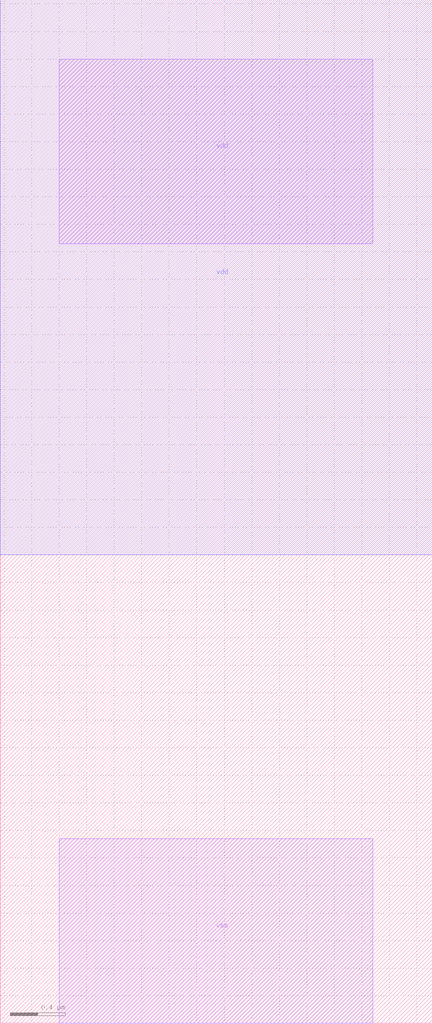
<source format=lef>
VERSION 5.7 ;
  NOWIREEXTENSIONATPIN ON ;
  DIVIDERCHAR "/" ;
  BUSBITCHARS "[]" ;
MACRO tie_w2
  CLASS BLOCK ;
  FOREIGN tie_w2 ;
  ORIGIN 0.430 0.000 ;
  SIZE 3.140 BY 7.430 ;
  PIN vdd
    ANTENNADIFFAREA 0.720000 ;
    PORT
      LAYER Nwell ;
        RECT -0.430 3.400 2.710 7.430 ;
      LAYER Metal1 ;
        RECT 0.000 5.660 2.280 7.000 ;
    END
  END vdd
  PIN vss
    ANTENNADIFFAREA 0.720000 ;
    PORT
      LAYER Metal1 ;
        RECT 0.000 0.000 2.280 1.340 ;
    END
  END vss
END tie_w2
END LIBRARY


</source>
